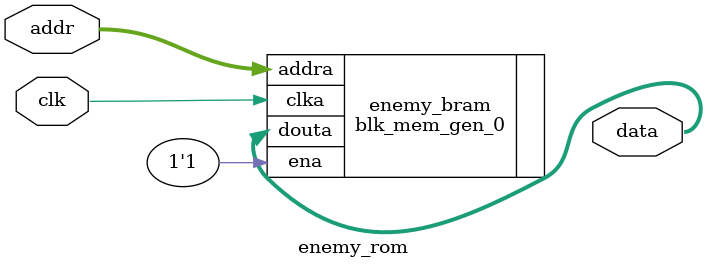
<source format=sv>

module enemy_rom (
    input  logic        clk,
    input  logic [15:0] addr,     // 16-bit address for 49408 words (6 enemies + projectile)
    output logic [5:0]  data      // 6-bit RGB222 pixel data
);

    // Instantiate BRAM (blk_mem_gen_3, 65536 x 6-bit, actual data: 49408 words)
    blk_mem_gen_0 enemy_bram (
        .clka(clk),
        .ena(1'b1),
        .addra(addr),
        .douta(data)
    );

endmodule

</source>
